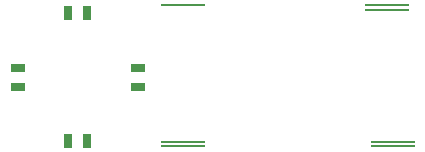
<source format=gtp>
G04*
G04 #@! TF.GenerationSoftware,Altium Limited,Altium Designer,20.1.14 (287)*
G04*
G04 Layer_Color=8421504*
%FSLAX24Y24*%
%MOIN*%
G70*
G04*
G04 #@! TF.SameCoordinates,17311497-FE2C-4E5C-BF44-28A0539949C5*
G04*
G04*
G04 #@! TF.FilePolarity,Positive*
G04*
G01*
G75*
%ADD14R,0.1500X0.0100*%
%ADD15R,0.0492X0.0315*%
%ADD16R,0.0315X0.0492*%
D14*
X10500Y-2200D02*
D03*
X3500D02*
D03*
X10500Y-2350D02*
D03*
X3500D02*
D03*
Y2350D02*
D03*
X10300Y2350D02*
D03*
Y2200D02*
D03*
D15*
X2000Y-365D02*
D03*
Y265D02*
D03*
X-2000Y-365D02*
D03*
Y265D02*
D03*
D16*
X315Y2080D02*
D03*
X-315D02*
D03*
X315Y-2180D02*
D03*
X-315D02*
D03*
M02*

</source>
